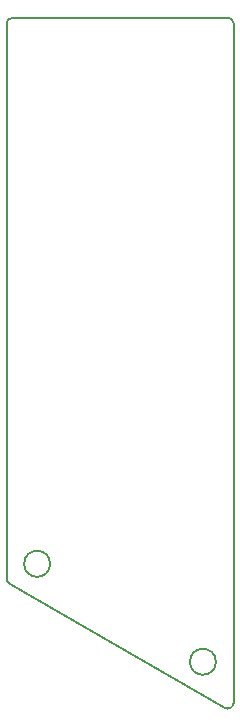
<source format=gm1>
G04 #@! TF.GenerationSoftware,KiCad,Pcbnew,8.0.8+1*
G04 #@! TF.CreationDate,2025-03-02T13:34:40+00:00*
G04 #@! TF.ProjectId,controller_overlay,636f6e74-726f-46c6-9c65-725f6f766572,0.2*
G04 #@! TF.SameCoordinates,Original*
G04 #@! TF.FileFunction,Profile,NP*
%FSLAX46Y46*%
G04 Gerber Fmt 4.6, Leading zero omitted, Abs format (unit mm)*
G04 Created by KiCad (PCBNEW 8.0.8+1) date 2025-03-02 13:34:40*
%MOMM*%
%LPD*%
G01*
G04 APERTURE LIST*
G04 #@! TA.AperFunction,Profile*
%ADD10C,0.150000*%
G04 #@! TD*
G04 APERTURE END LIST*
D10*
X202348000Y-101703153D02*
X202348000Y-54727500D01*
X202848000Y-54227500D02*
X221068000Y-54227500D01*
X221568000Y-54727500D02*
X221568000Y-112222475D01*
X220818000Y-112655487D02*
X202598000Y-102136165D01*
X202348000Y-54727500D02*
G75*
G02*
X202848000Y-54227500I500000J0D01*
G01*
X221068000Y-54227500D02*
G75*
G02*
X221568000Y-54727500I0J-500000D01*
G01*
X221568000Y-112222475D02*
G75*
G02*
X220818007Y-112655476I-500000J16D01*
G01*
X202598000Y-102136165D02*
G75*
G02*
X202348041Y-101703153I250000J432965D01*
G01*
X206027000Y-100463500D02*
G75*
G02*
X203827000Y-100463500I-1100000J0D01*
G01*
X203827000Y-100463500D02*
G75*
G02*
X206027000Y-100463500I1100000J0D01*
G01*
X220069000Y-108757500D02*
G75*
G02*
X217869000Y-108757500I-1100000J0D01*
G01*
X217869000Y-108757500D02*
G75*
G02*
X220069000Y-108757500I1100000J0D01*
G01*
M02*

</source>
